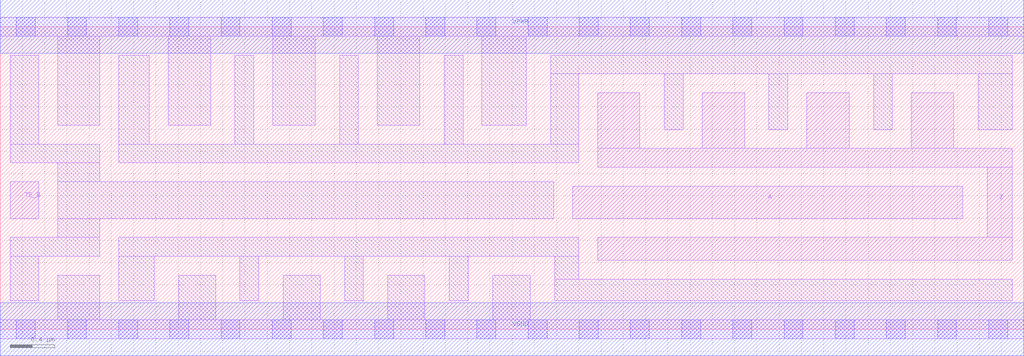
<source format=lef>
# Copyright 2020 The SkyWater PDK Authors
#
# Licensed under the Apache License, Version 2.0 (the "License");
# you may not use this file except in compliance with the License.
# You may obtain a copy of the License at
#
#     https://www.apache.org/licenses/LICENSE-2.0
#
# Unless required by applicable law or agreed to in writing, software
# distributed under the License is distributed on an "AS IS" BASIS,
# WITHOUT WARRANTIES OR CONDITIONS OF ANY KIND, either express or implied.
# See the License for the specific language governing permissions and
# limitations under the License.
#
# SPDX-License-Identifier: Apache-2.0

VERSION 5.7 ;
BUSBITCHARS "[]" ;
DIVIDERCHAR "/" ;
PROPERTYDEFINITIONS
  MACRO maskLayoutSubType STRING ;
  MACRO prCellType STRING ;
  MACRO originalViewName STRING ;
END PROPERTYDEFINITIONS
MACRO sky130_fd_sc_hdll__einvn_8
  ORIGIN  0.000000  0.000000 ;
  CLASS CORE ;
  SYMMETRY X Y R90 ;
  SIZE  9.200000 BY  2.720000 ;
  SITE unithd ;
  PIN A
    ANTENNAGATEAREA  2.220000 ;
    DIRECTION INPUT ;
    USE SIGNAL ;
    PORT
      LAYER li1 ;
        RECT 5.145000 0.995000 8.650000 1.285000 ;
    END
  END A
  PIN TE_B
    ANTENNAGATEAREA  1.631100 ;
    DIRECTION INPUT ;
    USE SIGNAL ;
    PORT
      LAYER li1 ;
        RECT 0.090000 0.995000 0.345000 1.325000 ;
    END
  END TE_B
  PIN VGND
    DIRECTION INOUT ;
    USE SIGNAL ;
    PORT
      LAYER met1 ;
        RECT 0.000000 -0.240000 9.200000 0.240000 ;
    END
  END VGND
  PIN VPWR
    DIRECTION INOUT ;
    USE SIGNAL ;
    PORT
      LAYER met1 ;
        RECT 0.000000 2.480000 9.200000 2.960000 ;
    END
  END VPWR
  PIN Z
    ANTENNADIFFAREA  2.024500 ;
    DIRECTION OUTPUT ;
    USE SIGNAL ;
    PORT
      LAYER li1 ;
        RECT 5.370000 0.620000 9.095000 0.825000 ;
        RECT 5.370000 1.455000 9.095000 1.625000 ;
        RECT 5.370000 1.625000 5.750000 2.125000 ;
        RECT 6.310000 1.625000 6.690000 2.125000 ;
        RECT 7.250000 1.625000 7.630000 2.125000 ;
        RECT 8.190000 1.625000 8.570000 2.125000 ;
        RECT 8.870000 0.825000 9.095000 1.455000 ;
    END
  END Z
  OBS
    LAYER li1 ;
      RECT 0.000000 -0.085000 9.200000 0.085000 ;
      RECT 0.000000  2.635000 9.200000 2.805000 ;
      RECT 0.090000  0.255000 0.345000 0.655000 ;
      RECT 0.090000  0.655000 0.895000 0.825000 ;
      RECT 0.090000  1.495000 0.895000 1.665000 ;
      RECT 0.090000  1.665000 0.345000 2.465000 ;
      RECT 0.515000  0.085000 0.895000 0.485000 ;
      RECT 0.515000  0.825000 0.895000 0.995000 ;
      RECT 0.515000  0.995000 4.975000 1.325000 ;
      RECT 0.515000  1.325000 0.895000 1.495000 ;
      RECT 0.515000  1.835000 0.895000 2.635000 ;
      RECT 1.065000  0.255000 1.385000 0.655000 ;
      RECT 1.065000  0.655000 5.200000 0.825000 ;
      RECT 1.065000  1.495000 5.200000 1.665000 ;
      RECT 1.065000  1.665000 1.340000 2.465000 ;
      RECT 1.510000  1.835000 1.890000 2.635000 ;
      RECT 1.605000  0.085000 1.935000 0.485000 ;
      RECT 2.110000  1.665000 2.280000 2.465000 ;
      RECT 2.155000  0.255000 2.325000 0.655000 ;
      RECT 2.450000  1.835000 2.830000 2.635000 ;
      RECT 2.545000  0.085000 2.875000 0.485000 ;
      RECT 3.050000  1.665000 3.220000 2.465000 ;
      RECT 3.095000  0.255000 3.265000 0.655000 ;
      RECT 3.390000  1.835000 3.770000 2.635000 ;
      RECT 3.485000  0.085000 3.815000 0.485000 ;
      RECT 3.990000  1.665000 4.160000 2.465000 ;
      RECT 4.035000  0.255000 4.205000 0.655000 ;
      RECT 4.330000  1.835000 4.730000 2.635000 ;
      RECT 4.425000  0.085000 4.765000 0.485000 ;
      RECT 4.950000  1.665000 5.200000 2.295000 ;
      RECT 4.950000  2.295000 9.095000 2.465000 ;
      RECT 4.985000  0.255000 9.095000 0.450000 ;
      RECT 4.985000  0.450000 5.200000 0.655000 ;
      RECT 5.970000  1.795000 6.140000 2.295000 ;
      RECT 6.910000  1.795000 7.080000 2.295000 ;
      RECT 7.850000  1.795000 8.020000 2.295000 ;
      RECT 8.790000  1.795000 9.095000 2.295000 ;
    LAYER mcon ;
      RECT 0.145000 -0.085000 0.315000 0.085000 ;
      RECT 0.145000  2.635000 0.315000 2.805000 ;
      RECT 0.605000 -0.085000 0.775000 0.085000 ;
      RECT 0.605000  2.635000 0.775000 2.805000 ;
      RECT 1.065000 -0.085000 1.235000 0.085000 ;
      RECT 1.065000  2.635000 1.235000 2.805000 ;
      RECT 1.525000 -0.085000 1.695000 0.085000 ;
      RECT 1.525000  2.635000 1.695000 2.805000 ;
      RECT 1.985000 -0.085000 2.155000 0.085000 ;
      RECT 1.985000  2.635000 2.155000 2.805000 ;
      RECT 2.445000 -0.085000 2.615000 0.085000 ;
      RECT 2.445000  2.635000 2.615000 2.805000 ;
      RECT 2.905000 -0.085000 3.075000 0.085000 ;
      RECT 2.905000  2.635000 3.075000 2.805000 ;
      RECT 3.365000 -0.085000 3.535000 0.085000 ;
      RECT 3.365000  2.635000 3.535000 2.805000 ;
      RECT 3.825000 -0.085000 3.995000 0.085000 ;
      RECT 3.825000  2.635000 3.995000 2.805000 ;
      RECT 4.285000 -0.085000 4.455000 0.085000 ;
      RECT 4.285000  2.635000 4.455000 2.805000 ;
      RECT 4.745000 -0.085000 4.915000 0.085000 ;
      RECT 4.745000  2.635000 4.915000 2.805000 ;
      RECT 5.205000 -0.085000 5.375000 0.085000 ;
      RECT 5.205000  2.635000 5.375000 2.805000 ;
      RECT 5.665000 -0.085000 5.835000 0.085000 ;
      RECT 5.665000  2.635000 5.835000 2.805000 ;
      RECT 6.125000 -0.085000 6.295000 0.085000 ;
      RECT 6.125000  2.635000 6.295000 2.805000 ;
      RECT 6.585000 -0.085000 6.755000 0.085000 ;
      RECT 6.585000  2.635000 6.755000 2.805000 ;
      RECT 7.045000 -0.085000 7.215000 0.085000 ;
      RECT 7.045000  2.635000 7.215000 2.805000 ;
      RECT 7.505000 -0.085000 7.675000 0.085000 ;
      RECT 7.505000  2.635000 7.675000 2.805000 ;
      RECT 7.965000 -0.085000 8.135000 0.085000 ;
      RECT 7.965000  2.635000 8.135000 2.805000 ;
      RECT 8.425000 -0.085000 8.595000 0.085000 ;
      RECT 8.425000  2.635000 8.595000 2.805000 ;
      RECT 8.885000 -0.085000 9.055000 0.085000 ;
      RECT 8.885000  2.635000 9.055000 2.805000 ;
  END
  PROPERTY maskLayoutSubType "abstract" ;
  PROPERTY prCellType "standard" ;
  PROPERTY originalViewName "layout" ;
END sky130_fd_sc_hdll__einvn_8
END LIBRARY

</source>
